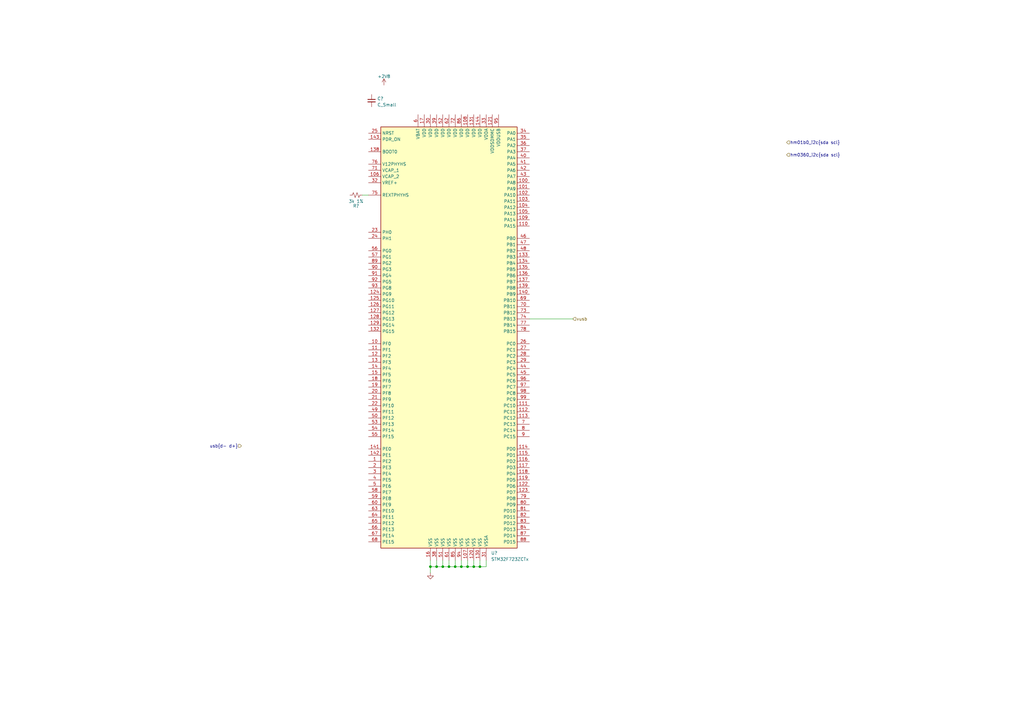
<source format=kicad_sch>
(kicad_sch (version 20211123) (generator eeschema)
  (paper "A3")
  (lib_symbols
    (symbol "Device:C_Small" (pin_numbers hide) (pin_names (offset 0.254) hide)
      (property "Reference" "C" (at 0.254 1.778 0))
      (property "Value" "C_Small" (at 0.254 -2.032 0))
      (symbol "C_Small_0_1"
        (polyline (pts (xy -1.524 -0.508) (xy 1.524 -0.508)) (stroke (width 0.3302)))
        (polyline (pts (xy -1.524 0.508) (xy 1.524 0.508)) (stroke (width 0.3048)))
      )
      (symbol "C_Small_1_1"
        (pin passive line (at 0 2.54 270) (length 2.032) (name "~") (number "1"))
        (pin passive line (at 0 -2.54 90) (length 2.032) (name "~") (number "2"))
      )
    )
    (symbol "Device:R_Small_US" (pin_numbers hide) (pin_names (offset 0.254) hide)
      (property "Reference" "R" (at 0.762 0.508 0))
      (property "Value" "R_Small_US" (at 0.762 -1.016 0))
      (symbol "R_Small_US_1_1"
        (polyline (pts (xy 0 0) (xy 1.016 -0.381) (xy 0 -0.762) (xy -1.016 -1.143) (xy 0 -1.524)))
        (polyline (pts (xy 0 1.524) (xy 1.016 1.143) (xy 0 0.762) (xy -1.016 0.381) (xy 0 0)))
        (pin passive line (at 0 2.54 270) (length 1.016) (name "~") (number "1"))
        (pin passive line (at 0 -2.54 90) (length 1.016) (name "~") (number "2"))
      )
    )
    (symbol "MCU_ST_STM32F7:STM32F723ZCTx"
      (property "Reference" "U" (at -27.94 87.63 0))
      (property "Value" "STM32F723ZCTx" (at 22.86 87.63 0))
      (symbol "STM32F723ZCTx_0_1"
        (rectangle (start -27.94 -86.36) (end 27.94 86.36) (stroke (width 0.254)) (fill (type background)))
      )
      (symbol "STM32F723ZCTx_1_1"
        (pin bidirectional line (at -33.02 -50.8 0) (length 5.08) (name "PE2") (number "1"))
        (pin bidirectional line (at -33.02 -2.54 0) (length 5.08) (name "PF0") (number "10"))
        (pin bidirectional line (at 33.02 63.5 180) (length 5.08) (name "PA8") (number "100"))
        (pin bidirectional line (at 33.02 60.96 180) (length 5.08) (name "PA9") (number "101"))
        (pin bidirectional line (at 33.02 58.42 180) (length 5.08) (name "PA10") (number "102"))
        (pin bidirectional line (at 33.02 55.88 180) (length 5.08) (name "PA11") (number "103"))
        (pin bidirectional line (at 33.02 53.34 180) (length 5.08) (name "PA12") (number "104"))
        (pin bidirectional line (at 33.02 50.8 180) (length 5.08) (name "PA13") (number "105"))
        (pin power_in line (at -33.02 66.04 0) (length 5.08) (name "VCAP_2") (number "106"))
        (pin power_in line (at 7.62 -91.44 90) (length 5.08) (name "VSS") (number "107"))
        (pin power_in line (at 7.62 91.44 270) (length 5.08) (name "VDD") (number "108"))
        (pin bidirectional line (at 33.02 48.26 180) (length 5.08) (name "PA14") (number "109"))
        (pin bidirectional line (at -33.02 -5.08 0) (length 5.08) (name "PF1") (number "11"))
        (pin bidirectional line (at 33.02 45.72 180) (length 5.08) (name "PA15") (number "110"))
        (pin bidirectional line (at 33.02 -27.94 180) (length 5.08) (name "PC10") (number "111"))
        (pin bidirectional line (at 33.02 -30.48 180) (length 5.08) (name "PC11") (number "112"))
        (pin bidirectional line (at 33.02 -33.02 180) (length 5.08) (name "PC12") (number "113"))
        (pin bidirectional line (at 33.02 -45.72 180) (length 5.08) (name "PD0") (number "114"))
        (pin bidirectional line (at 33.02 -48.26 180) (length 5.08) (name "PD1") (number "115"))
        (pin bidirectional line (at 33.02 -50.8 180) (length 5.08) (name "PD2") (number "116"))
        (pin bidirectional line (at 33.02 -53.34 180) (length 5.08) (name "PD3") (number "117"))
        (pin bidirectional line (at 33.02 -55.88 180) (length 5.08) (name "PD4") (number "118"))
        (pin bidirectional line (at 33.02 -58.42 180) (length 5.08) (name "PD5") (number "119"))
        (pin bidirectional line (at -33.02 -7.62 0) (length 5.08) (name "PF2") (number "12"))
        (pin power_in line (at 10.16 -91.44 90) (length 5.08) (name "VSS") (number "120"))
        (pin power_in line (at 17.78 91.44 270) (length 5.08) (name "VDDSDMMC") (number "121"))
        (pin bidirectional line (at 33.02 -60.96 180) (length 5.08) (name "PD6") (number "122"))
        (pin bidirectional line (at 33.02 -63.5 180) (length 5.08) (name "PD7") (number "123"))
        (pin bidirectional line (at -33.02 17.78 0) (length 5.08) (name "PG9") (number "124"))
        (pin bidirectional line (at -33.02 15.24 0) (length 5.08) (name "PG10") (number "125"))
        (pin bidirectional line (at -33.02 12.7 0) (length 5.08) (name "PG11") (number "126"))
        (pin bidirectional line (at -33.02 10.16 0) (length 5.08) (name "PG12") (number "127"))
        (pin bidirectional line (at -33.02 7.62 0) (length 5.08) (name "PG13") (number "128"))
        (pin bidirectional line (at -33.02 5.08 0) (length 5.08) (name "PG14") (number "129"))
        (pin bidirectional line (at -33.02 -10.16 0) (length 5.08) (name "PF3") (number "13"))
        (pin power_in line (at 12.7 -91.44 90) (length 5.08) (name "VSS") (number "130"))
        (pin power_in line (at 10.16 91.44 270) (length 5.08) (name "VDD") (number "131"))
        (pin bidirectional line (at -33.02 2.54 0) (length 5.08) (name "PG15") (number "132"))
        (pin bidirectional line (at 33.02 33.02 180) (length 5.08) (name "PB3") (number "133"))
        (pin bidirectional line (at 33.02 30.48 180) (length 5.08) (name "PB4") (number "134"))
        (pin bidirectional line (at 33.02 27.94 180) (length 5.08) (name "PB5") (number "135"))
        (pin bidirectional line (at 33.02 25.4 180) (length 5.08) (name "PB6") (number "136"))
        (pin bidirectional line (at 33.02 22.86 180) (length 5.08) (name "PB7") (number "137"))
        (pin input line (at -33.02 76.2 0) (length 5.08) (name "BOOT0") (number "138"))
        (pin bidirectional line (at 33.02 20.32 180) (length 5.08) (name "PB8") (number "139"))
        (pin bidirectional line (at -33.02 -12.7 0) (length 5.08) (name "PF4") (number "14"))
        (pin bidirectional line (at 33.02 17.78 180) (length 5.08) (name "PB9") (number "140"))
        (pin bidirectional line (at -33.02 -45.72 0) (length 5.08) (name "PE0") (number "141"))
        (pin bidirectional line (at -33.02 -48.26 0) (length 5.08) (name "PE1") (number "142"))
        (pin input line (at -33.02 81.28 0) (length 5.08) (name "PDR_ON") (number "143"))
        (pin power_in line (at 12.7 91.44 270) (length 5.08) (name "VDD") (number "144"))
        (pin bidirectional line (at -33.02 -15.24 0) (length 5.08) (name "PF5") (number "15"))
        (pin power_in line (at -7.62 -91.44 90) (length 5.08) (name "VSS") (number "16"))
        (pin power_in line (at -10.16 91.44 270) (length 5.08) (name "VDD") (number "17"))
        (pin bidirectional line (at -33.02 -17.78 0) (length 5.08) (name "PF6") (number "18"))
        (pin bidirectional line (at -33.02 -20.32 0) (length 5.08) (name "PF7") (number "19"))
        (pin bidirectional line (at -33.02 -53.34 0) (length 5.08) (name "PE3") (number "2"))
        (pin bidirectional line (at -33.02 -22.86 0) (length 5.08) (name "PF8") (number "20"))
        (pin bidirectional line (at -33.02 -25.4 0) (length 5.08) (name "PF9") (number "21"))
        (pin bidirectional line (at -33.02 -27.94 0) (length 5.08) (name "PF10") (number "22"))
        (pin input line (at -33.02 43.18 0) (length 5.08) (name "PH0") (number "23"))
        (pin input line (at -33.02 40.64 0) (length 5.08) (name "PH1") (number "24"))
        (pin input line (at -33.02 83.82 0) (length 5.08) (name "NRST") (number "25"))
        (pin bidirectional line (at 33.02 -2.54 180) (length 5.08) (name "PC0") (number "26"))
        (pin bidirectional line (at 33.02 -5.08 180) (length 5.08) (name "PC1") (number "27"))
        (pin bidirectional line (at 33.02 -7.62 180) (length 5.08) (name "PC2") (number "28"))
        (pin bidirectional line (at 33.02 -10.16 180) (length 5.08) (name "PC3") (number "29"))
        (pin bidirectional line (at -33.02 -55.88 0) (length 5.08) (name "PE4") (number "3"))
        (pin power_in line (at -7.62 91.44 270) (length 5.08) (name "VDD") (number "30"))
        (pin power_in line (at 15.24 -91.44 90) (length 5.08) (name "VSSA") (number "31"))
        (pin power_in line (at -33.02 63.5 0) (length 5.08) (name "VREF+") (number "32"))
        (pin power_in line (at 15.24 91.44 270) (length 5.08) (name "VDDA") (number "33"))
        (pin bidirectional line (at 33.02 83.82 180) (length 5.08) (name "PA0") (number "34"))
        (pin bidirectional line (at 33.02 81.28 180) (length 5.08) (name "PA1") (number "35"))
        (pin bidirectional line (at 33.02 78.74 180) (length 5.08) (name "PA2") (number "36"))
        (pin bidirectional line (at 33.02 76.2 180) (length 5.08) (name "PA3") (number "37"))
        (pin power_in line (at -5.08 -91.44 90) (length 5.08) (name "VSS") (number "38"))
        (pin power_in line (at -5.08 91.44 270) (length 5.08) (name "VDD") (number "39"))
        (pin bidirectional line (at -33.02 -58.42 0) (length 5.08) (name "PE5") (number "4"))
        (pin bidirectional line (at 33.02 73.66 180) (length 5.08) (name "PA4") (number "40"))
        (pin bidirectional line (at 33.02 71.12 180) (length 5.08) (name "PA5") (number "41"))
        (pin bidirectional line (at 33.02 68.58 180) (length 5.08) (name "PA6") (number "42"))
        (pin bidirectional line (at 33.02 66.04 180) (length 5.08) (name "PA7") (number "43"))
        (pin bidirectional line (at 33.02 -12.7 180) (length 5.08) (name "PC4") (number "44"))
        (pin bidirectional line (at 33.02 -15.24 180) (length 5.08) (name "PC5") (number "45"))
        (pin bidirectional line (at 33.02 40.64 180) (length 5.08) (name "PB0") (number "46"))
        (pin bidirectional line (at 33.02 38.1 180) (length 5.08) (name "PB1") (number "47"))
        (pin bidirectional line (at 33.02 35.56 180) (length 5.08) (name "PB2") (number "48"))
        (pin bidirectional line (at -33.02 -30.48 0) (length 5.08) (name "PF11") (number "49"))
        (pin bidirectional line (at -33.02 -60.96 0) (length 5.08) (name "PE6") (number "5"))
        (pin bidirectional line (at -33.02 -33.02 0) (length 5.08) (name "PF12") (number "50"))
        (pin power_in line (at -2.54 -91.44 90) (length 5.08) (name "VSS") (number "51"))
        (pin power_in line (at -2.54 91.44 270) (length 5.08) (name "VDD") (number "52"))
        (pin bidirectional line (at -33.02 -35.56 0) (length 5.08) (name "PF13") (number "53"))
        (pin bidirectional line (at -33.02 -38.1 0) (length 5.08) (name "PF14") (number "54"))
        (pin bidirectional line (at -33.02 -40.64 0) (length 5.08) (name "PF15") (number "55"))
        (pin bidirectional line (at -33.02 35.56 0) (length 5.08) (name "PG0") (number "56"))
        (pin bidirectional line (at -33.02 33.02 0) (length 5.08) (name "PG1") (number "57"))
        (pin bidirectional line (at -33.02 -63.5 0) (length 5.08) (name "PE7") (number "58"))
        (pin bidirectional line (at -33.02 -66.04 0) (length 5.08) (name "PE8") (number "59"))
        (pin power_in line (at -12.7 91.44 270) (length 5.08) (name "VBAT") (number "6"))
        (pin bidirectional line (at -33.02 -68.58 0) (length 5.08) (name "PE9") (number "60"))
        (pin power_in line (at 0 -91.44 90) (length 5.08) (name "VSS") (number "61"))
        (pin power_in line (at 0 91.44 270) (length 5.08) (name "VDD") (number "62"))
        (pin bidirectional line (at -33.02 -71.12 0) (length 5.08) (name "PE10") (number "63"))
        (pin bidirectional line (at -33.02 -73.66 0) (length 5.08) (name "PE11") (number "64"))
        (pin bidirectional line (at -33.02 -76.2 0) (length 5.08) (name "PE12") (number "65"))
        (pin bidirectional line (at -33.02 -78.74 0) (length 5.08) (name "PE13") (number "66"))
        (pin bidirectional line (at -33.02 -81.28 0) (length 5.08) (name "PE14") (number "67"))
        (pin bidirectional line (at -33.02 -83.82 0) (length 5.08) (name "PE15") (number "68"))
        (pin bidirectional line (at 33.02 15.24 180) (length 5.08) (name "PB10") (number "69"))
        (pin bidirectional line (at 33.02 -35.56 180) (length 5.08) (name "PC13") (number "7"))
        (pin bidirectional line (at 33.02 12.7 180) (length 5.08) (name "PB11") (number "70"))
        (pin power_in line (at -33.02 68.58 0) (length 5.08) (name "VCAP_1") (number "71"))
        (pin power_in line (at 2.54 91.44 270) (length 5.08) (name "VDD") (number "72"))
        (pin bidirectional line (at 33.02 10.16 180) (length 5.08) (name "PB12") (number "73"))
        (pin bidirectional line (at 33.02 7.62 180) (length 5.08) (name "PB13") (number "74"))
        (pin bidirectional line (at -33.02 58.42 0) (length 5.08) (name "REXTPHYHS") (number "75"))
        (pin power_in line (at -33.02 71.12 0) (length 5.08) (name "V12PHYHS") (number "76"))
        (pin bidirectional line (at 33.02 5.08 180) (length 5.08) (name "PB14") (number "77"))
        (pin bidirectional line (at 33.02 2.54 180) (length 5.08) (name "PB15") (number "78"))
        (pin bidirectional line (at 33.02 -66.04 180) (length 5.08) (name "PD8") (number "79"))
        (pin bidirectional line (at 33.02 -38.1 180) (length 5.08) (name "PC14") (number "8"))
        (pin bidirectional line (at 33.02 -68.58 180) (length 5.08) (name "PD9") (number "80"))
        (pin bidirectional line (at 33.02 -71.12 180) (length 5.08) (name "PD10") (number "81"))
        (pin bidirectional line (at 33.02 -73.66 180) (length 5.08) (name "PD11") (number "82"))
        (pin bidirectional line (at 33.02 -76.2 180) (length 5.08) (name "PD12") (number "83"))
        (pin bidirectional line (at 33.02 -78.74 180) (length 5.08) (name "PD13") (number "84"))
        (pin power_in line (at 2.54 -91.44 90) (length 5.08) (name "VSS") (number "85"))
        (pin power_in line (at 5.08 91.44 270) (length 5.08) (name "VDD") (number "86"))
        (pin bidirectional line (at 33.02 -81.28 180) (length 5.08) (name "PD14") (number "87"))
        (pin bidirectional line (at 33.02 -83.82 180) (length 5.08) (name "PD15") (number "88"))
        (pin bidirectional line (at -33.02 30.48 0) (length 5.08) (name "PG2") (number "89"))
        (pin bidirectional line (at 33.02 -40.64 180) (length 5.08) (name "PC15") (number "9"))
        (pin bidirectional line (at -33.02 27.94 0) (length 5.08) (name "PG3") (number "90"))
        (pin bidirectional line (at -33.02 25.4 0) (length 5.08) (name "PG4") (number "91"))
        (pin bidirectional line (at -33.02 22.86 0) (length 5.08) (name "PG5") (number "92"))
        (pin bidirectional line (at -33.02 20.32 0) (length 5.08) (name "PG8") (number "93"))
        (pin power_in line (at 5.08 -91.44 90) (length 5.08) (name "VSS") (number "94"))
        (pin power_in line (at 20.32 91.44 270) (length 5.08) (name "VDDUSB") (number "95"))
        (pin bidirectional line (at 33.02 -17.78 180) (length 5.08) (name "PC6") (number "96"))
        (pin bidirectional line (at 33.02 -20.32 180) (length 5.08) (name "PC7") (number "97"))
        (pin bidirectional line (at 33.02 -22.86 180) (length 5.08) (name "PC8") (number "98"))
        (pin bidirectional line (at 33.02 -25.4 180) (length 5.08) (name "PC9") (number "99"))
      )
    )
    (symbol "power:+2V8" (power) (pin_names (offset 0))
      (property "Value" "+2V8" (at 0 3.556 0))
      (symbol "+2V8_0_1"
        (polyline (pts (xy -0.762 1.27) (xy 0 2.54)))
        (polyline (pts (xy 0 0) (xy 0 2.54)))
        (polyline (pts (xy 0 2.54) (xy 0.762 1.27)))
      )
      (symbol "+2V8_1_1"
        (pin power_in line (at 0 0 90) (length 0) hide (name "+2V8") (number "1"))
      )
    )
    (symbol "power:GND" (power) (pin_names (offset 0))
      (property "Value" "GND" (at 0 -3.81 0))
      (symbol "GND_0_1"
        (polyline (pts (xy 0 0) (xy 0 -1.27) (xy 1.27 -1.27) (xy 0 -2.54) (xy -1.27 -1.27) (xy 0 -1.27)))
      )
      (symbol "GND_1_1"
        (pin power_in line (at 0 0 270) (length 0) hide (name "GND") (number "1"))
      )
    )
  )
  (junction (at 184.15 232.41))
  (junction (at 194.31 232.41))
  (junction (at 191.77 232.41))
  (junction (at 179.07 232.41))
  (junction (at 176.53 232.41))
  (junction (at 181.61 232.41))
  (junction (at 186.69 232.41))
  (junction (at 196.85 232.41))
  (junction (at 189.23 232.41))
  (wire (pts (xy 189.23 232.41) (xy 191.77 232.41)))
  (wire (pts (xy 186.69 229.87) (xy 186.69 232.41)))
  (wire (pts (xy 179.07 232.41) (xy 181.61 232.41)))
  (wire (pts (xy 196.85 232.41) (xy 199.39 232.41)))
  (wire (pts (xy 194.31 232.41) (xy 196.85 232.41)))
  (wire (pts (xy 191.77 229.87) (xy 191.77 232.41)))
  (wire (pts (xy 196.85 229.87) (xy 196.85 232.41)))
  (wire (pts (xy 179.07 229.87) (xy 179.07 232.41)))
  (wire (pts (xy 181.61 229.87) (xy 181.61 232.41)))
  (wire (pts (xy 148.59 80.01) (xy 151.13 80.01)))
  (wire (pts (xy 184.15 229.87) (xy 184.15 232.41)))
  (wire (pts (xy 199.39 232.41) (xy 199.39 229.87)))
  (wire (pts (xy 189.23 229.87) (xy 189.23 232.41)))
  (wire (pts (xy 191.77 232.41) (xy 194.31 232.41)))
  (wire (pts (xy 194.31 229.87) (xy 194.31 232.41)))
  (wire (pts (xy 217.17 130.81) (xy 234.95 130.81)))
  (wire (pts (xy 181.61 232.41) (xy 184.15 232.41)))
  (wire (pts (xy 186.69 232.41) (xy 189.23 232.41)))
  (wire (pts (xy 184.15 232.41) (xy 186.69 232.41)))
  (wire (pts (xy 176.53 229.87) (xy 176.53 232.41)))
  (wire (pts (xy 176.53 232.41) (xy 176.53 234.95)))
  (wire (pts (xy 176.53 232.41) (xy 179.07 232.41)))
  (hierarchical_label "hm0360_i2c{sda scl}" (shape input) (at 322.58 63.5 0))
  (hierarchical_label "usb{d- d+}" (shape input) (at 99.06 182.88 180))
  (hierarchical_label "hm01b0_i2c{sda scl}" (shape input) (at 322.58 58.42 0))
  (hierarchical_label "vusb" (shape input) (at 234.95 130.81 0))
  (symbol (lib_id "Device:C_Small") (at 152.4 41.275 0) (unit 1)
    (property "Reference" "C?" (at 154.7241 40.4466 0) (effects (justify left)))
    (property "Value" "C_Small" (at 154.7241 42.9835 0) (effects (justify left)))
  )
  (symbol (lib_id "power:+2V8") (at 157.48 34.925 0) (unit 1)
    (property "Reference" "#PWR?" (effects hide))
    (property "Value" "+2V8" (at 157.48 31.3492 0))
  )
  (symbol (lib_id "MCU_ST_STM32F7:STM32F723ZCTx") (at 184.15 138.43 0) (unit 1)
    (property "Reference" "U?" (at 201.4094 226.8204 0) (effects (justify left)))
    (property "Value" "STM32F723ZCTx" (at 201.4094 229.3573 0) (effects (justify left)))
    (property "Footprint" "Package_QFP:LQFP-144_20x20mm_P0.5mm" (effects hide))
    (property "Datasheet" "http://www.st.com/st-web-ui/static/active/en/resource/technical/document/datasheet/DM00330506.pdf" (effects hide))
  )
  (symbol (lib_id "power:GND") (at 176.53 234.95 0) (unit 1)
    (property "Reference" "#PWR?" (effects hide))
    (property "Value" "GND" (effects hide))
  )
  (symbol (lib_id "Device:R_Small_US") (at 146.05 80.01 90) (unit 1)
    (property "Reference" "R?" (at 146.05 84.455 90))
    (property "Value" "3k 1%" (at 146.05 82.55 90))
  )
)
</source>
